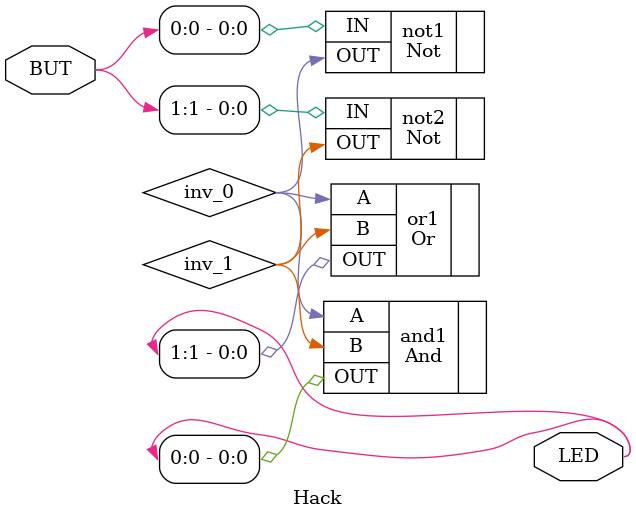
<source format=v>
/**
 * The module Hack is a logic gate test
 * Tests AND and OR gates with BUTton inputs
 * LED0 shows AND of BUTtons, LED1 shows OR of BUTtons
 * It connects the external pins of our FPGA (Hack.pcf)
 * to test basic logic gate functionality
 */
`default_nettype none

`include "../../modules/Nand.v"
`include "../../modules/Not.v"
`include "../../modules/And.v"
`include "../../modules/Or.v"

module Hack (
    // GPIO (Buttons and LEDs)
    input wire [1:0] BUT,
    output wire [1:0] LED
);

    // Internal signals - Button processing
    wire inv_0;
    wire inv_1;

    // Module instantiations
    
    // GPIO - Button inversion (BUTtons are active low)
    Not not1(.IN(BUT[0]), .OUT(inv_0));
    Not not2(.IN(BUT[1]), .OUT(inv_1));

    // Logic gates
    And and1(.A(inv_0), .B(inv_1), .OUT(LED[0]));
    Or or1(.A(inv_0), .B(inv_1), .OUT(LED[1]));

endmodule

</source>
